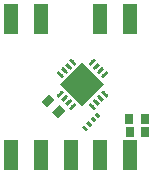
<source format=gbr>
G04 EAGLE Gerber X2 export*
%TF.Part,Single*%
%TF.FileFunction,Paste,Bot*%
%TF.FilePolarity,Positive*%
%TF.GenerationSoftware,Autodesk,EAGLE,9.0.1*%
%TF.CreationDate,2018-12-20T16:05:16Z*%
G75*
%MOMM*%
%FSLAX34Y34*%
%LPD*%
%AMOC8*
5,1,8,0,0,1.08239X$1,22.5*%
G01*
%ADD10C,0.062500*%
%ADD11R,2.600000X2.600000*%
%ADD12R,0.700000X0.900000*%
%ADD13R,1.270000X2.540000*%
%ADD14R,0.280000X0.430000*%


D10*
X6995Y-16375D02*
X10795Y-20175D01*
X9469Y-21501D01*
X5669Y-17701D01*
X6995Y-16375D01*
X8845Y-20877D02*
X10093Y-20877D01*
X10717Y-20253D02*
X8221Y-20253D01*
X7597Y-19629D02*
X10249Y-19629D01*
X9625Y-19005D02*
X6973Y-19005D01*
X6349Y-18381D02*
X9001Y-18381D01*
X8377Y-17757D02*
X5725Y-17757D01*
X6237Y-17133D02*
X7753Y-17133D01*
X7129Y-16509D02*
X6861Y-16509D01*
X10530Y-12840D02*
X14330Y-16640D01*
X13004Y-17966D01*
X9204Y-14166D01*
X10530Y-12840D01*
X12380Y-17342D02*
X13628Y-17342D01*
X14252Y-16718D02*
X11756Y-16718D01*
X11132Y-16094D02*
X13784Y-16094D01*
X13160Y-15470D02*
X10508Y-15470D01*
X9884Y-14846D02*
X12536Y-14846D01*
X11912Y-14222D02*
X9260Y-14222D01*
X9772Y-13598D02*
X11288Y-13598D01*
X10664Y-12974D02*
X10396Y-12974D01*
X14066Y-9304D02*
X17866Y-13104D01*
X16540Y-14430D01*
X12740Y-10630D01*
X14066Y-9304D01*
X15916Y-13806D02*
X17164Y-13806D01*
X17788Y-13182D02*
X15292Y-13182D01*
X14668Y-12558D02*
X17320Y-12558D01*
X16696Y-11934D02*
X14044Y-11934D01*
X13420Y-11310D02*
X16072Y-11310D01*
X15448Y-10686D02*
X12796Y-10686D01*
X13308Y-10062D02*
X14824Y-10062D01*
X14200Y-9438D02*
X13932Y-9438D01*
X17601Y-5769D02*
X21401Y-9569D01*
X20075Y-10895D01*
X16275Y-7095D01*
X17601Y-5769D01*
X19451Y-10271D02*
X20699Y-10271D01*
X21323Y-9647D02*
X18827Y-9647D01*
X18203Y-9023D02*
X20855Y-9023D01*
X20231Y-8399D02*
X17579Y-8399D01*
X16955Y-7775D02*
X19607Y-7775D01*
X18983Y-7151D02*
X16331Y-7151D01*
X16843Y-6527D02*
X18359Y-6527D01*
X17735Y-5903D02*
X17467Y-5903D01*
X-16075Y6695D02*
X-19875Y10495D01*
X-16075Y6695D02*
X-17401Y5369D01*
X-21201Y9169D01*
X-19875Y10495D01*
X-18025Y5993D02*
X-16777Y5993D01*
X-16153Y6617D02*
X-18649Y6617D01*
X-19273Y7241D02*
X-16621Y7241D01*
X-17245Y7865D02*
X-19897Y7865D01*
X-20521Y8489D02*
X-17869Y8489D01*
X-18493Y9113D02*
X-21145Y9113D01*
X-20633Y9737D02*
X-19117Y9737D01*
X-19741Y10361D02*
X-20009Y10361D01*
X-16340Y14030D02*
X-12540Y10230D01*
X-13866Y8904D01*
X-17666Y12704D01*
X-16340Y14030D01*
X-14490Y9528D02*
X-13242Y9528D01*
X-12618Y10152D02*
X-15114Y10152D01*
X-15738Y10776D02*
X-13086Y10776D01*
X-13710Y11400D02*
X-16362Y11400D01*
X-16986Y12024D02*
X-14334Y12024D01*
X-14958Y12648D02*
X-17610Y12648D01*
X-17098Y13272D02*
X-15582Y13272D01*
X-16206Y13896D02*
X-16474Y13896D01*
X-12804Y17566D02*
X-9004Y13766D01*
X-10330Y12440D01*
X-14130Y16240D01*
X-12804Y17566D01*
X-10954Y13064D02*
X-9706Y13064D01*
X-9082Y13688D02*
X-11578Y13688D01*
X-12202Y14312D02*
X-9550Y14312D01*
X-10174Y14936D02*
X-12826Y14936D01*
X-13450Y15560D02*
X-10798Y15560D01*
X-11422Y16184D02*
X-14074Y16184D01*
X-13562Y16808D02*
X-12046Y16808D01*
X-12670Y17432D02*
X-12938Y17432D01*
X-9269Y21101D02*
X-5469Y17301D01*
X-6795Y15975D01*
X-10595Y19775D01*
X-9269Y21101D01*
X-7419Y16599D02*
X-6171Y16599D01*
X-5547Y17223D02*
X-8043Y17223D01*
X-8667Y17847D02*
X-6015Y17847D01*
X-6639Y18471D02*
X-9291Y18471D01*
X-9915Y19095D02*
X-7263Y19095D01*
X-7887Y19719D02*
X-10539Y19719D01*
X-10027Y20343D02*
X-8511Y20343D01*
X-9135Y20967D02*
X-9403Y20967D01*
X6995Y15975D02*
X10795Y19775D01*
X6995Y15975D02*
X5669Y17301D01*
X9469Y21101D01*
X10795Y19775D01*
X7619Y16599D02*
X6371Y16599D01*
X5747Y17223D02*
X8243Y17223D01*
X8867Y17847D02*
X6215Y17847D01*
X6839Y18471D02*
X9491Y18471D01*
X10115Y19095D02*
X7463Y19095D01*
X8087Y19719D02*
X10739Y19719D01*
X10227Y20343D02*
X8711Y20343D01*
X9335Y20967D02*
X9603Y20967D01*
X14330Y16240D02*
X10530Y12440D01*
X9204Y13766D01*
X13004Y17566D01*
X14330Y16240D01*
X11154Y13064D02*
X9906Y13064D01*
X9282Y13688D02*
X11778Y13688D01*
X12402Y14312D02*
X9750Y14312D01*
X10374Y14936D02*
X13026Y14936D01*
X13650Y15560D02*
X10998Y15560D01*
X11622Y16184D02*
X14274Y16184D01*
X13762Y16808D02*
X12246Y16808D01*
X12870Y17432D02*
X13138Y17432D01*
X17866Y12704D02*
X14066Y8904D01*
X12740Y10230D01*
X16540Y14030D01*
X17866Y12704D01*
X14690Y9528D02*
X13442Y9528D01*
X12818Y10152D02*
X15314Y10152D01*
X15938Y10776D02*
X13286Y10776D01*
X13910Y11400D02*
X16562Y11400D01*
X17186Y12024D02*
X14534Y12024D01*
X15158Y12648D02*
X17810Y12648D01*
X17298Y13272D02*
X15782Y13272D01*
X16406Y13896D02*
X16674Y13896D01*
X20075Y10495D02*
X16275Y6695D01*
X20075Y10495D02*
X21401Y9169D01*
X17601Y5369D01*
X16275Y6695D01*
X16977Y5993D02*
X18225Y5993D01*
X18849Y6617D02*
X16353Y6617D01*
X16821Y7241D02*
X19473Y7241D01*
X20097Y7865D02*
X17445Y7865D01*
X18069Y8489D02*
X20721Y8489D01*
X21345Y9113D02*
X18693Y9113D01*
X19317Y9737D02*
X20833Y9737D01*
X20209Y10361D02*
X19941Y10361D01*
X-16075Y-7095D02*
X-19875Y-10895D01*
X-21201Y-9569D01*
X-17401Y-5769D01*
X-16075Y-7095D01*
X-19251Y-10271D02*
X-20499Y-10271D01*
X-21123Y-9647D02*
X-18627Y-9647D01*
X-18003Y-9023D02*
X-20655Y-9023D01*
X-20031Y-8399D02*
X-17379Y-8399D01*
X-16755Y-7775D02*
X-19407Y-7775D01*
X-18783Y-7151D02*
X-16131Y-7151D01*
X-16643Y-6527D02*
X-18159Y-6527D01*
X-17535Y-5903D02*
X-17267Y-5903D01*
X-12540Y-10630D02*
X-16340Y-14430D01*
X-17666Y-13104D01*
X-13866Y-9304D01*
X-12540Y-10630D01*
X-15716Y-13806D02*
X-16964Y-13806D01*
X-17588Y-13182D02*
X-15092Y-13182D01*
X-14468Y-12558D02*
X-17120Y-12558D01*
X-16496Y-11934D02*
X-13844Y-11934D01*
X-13220Y-11310D02*
X-15872Y-11310D01*
X-15248Y-10686D02*
X-12596Y-10686D01*
X-13108Y-10062D02*
X-14624Y-10062D01*
X-14000Y-9438D02*
X-13732Y-9438D01*
X-9004Y-14166D02*
X-12804Y-17966D01*
X-14130Y-16640D01*
X-10330Y-12840D01*
X-9004Y-14166D01*
X-12180Y-17342D02*
X-13428Y-17342D01*
X-14052Y-16718D02*
X-11556Y-16718D01*
X-10932Y-16094D02*
X-13584Y-16094D01*
X-12960Y-15470D02*
X-10308Y-15470D01*
X-9684Y-14846D02*
X-12336Y-14846D01*
X-11712Y-14222D02*
X-9060Y-14222D01*
X-9572Y-13598D02*
X-11088Y-13598D01*
X-10464Y-12974D02*
X-10196Y-12974D01*
X-6795Y-16375D02*
X-10595Y-20175D01*
X-6795Y-16375D02*
X-5469Y-17701D01*
X-9269Y-21501D01*
X-10595Y-20175D01*
X-9893Y-20877D02*
X-8645Y-20877D01*
X-8021Y-20253D02*
X-10517Y-20253D01*
X-10049Y-19629D02*
X-7397Y-19629D01*
X-6773Y-19005D02*
X-9425Y-19005D01*
X-8801Y-18381D02*
X-6149Y-18381D01*
X-5525Y-17757D02*
X-8177Y-17757D01*
X-7553Y-17133D02*
X-6037Y-17133D01*
X-6661Y-16509D02*
X-6929Y-16509D01*
D11*
G36*
X100Y18184D02*
X18484Y-200D01*
X100Y-18584D01*
X-18284Y-200D01*
X100Y18184D01*
G37*
D12*
X40300Y-29900D03*
X53300Y-29900D03*
X40400Y-40900D03*
X53400Y-40900D03*
G36*
X-18697Y-17940D02*
X-13748Y-22889D01*
X-20111Y-29252D01*
X-25060Y-24303D01*
X-18697Y-17940D01*
G37*
G36*
X-27889Y-8748D02*
X-22940Y-13697D01*
X-29303Y-20060D01*
X-34252Y-15111D01*
X-27889Y-8748D01*
G37*
D13*
X-34700Y-60200D03*
X-59900Y-60200D03*
X-9500Y-60200D03*
X15700Y-60200D03*
X40900Y-60200D03*
X-34700Y55000D03*
X-59900Y55000D03*
X15700Y55000D03*
X40900Y55000D03*
D14*
G36*
X3693Y-33567D02*
X5673Y-31587D01*
X8713Y-34627D01*
X6733Y-36607D01*
X3693Y-33567D01*
G37*
G36*
X87Y-37173D02*
X2067Y-35193D01*
X5107Y-38233D01*
X3127Y-40213D01*
X87Y-37173D01*
G37*
G36*
X10993Y-26067D02*
X12973Y-24087D01*
X16013Y-27127D01*
X14033Y-29107D01*
X10993Y-26067D01*
G37*
G36*
X7387Y-29673D02*
X9367Y-27693D01*
X12407Y-30733D01*
X10427Y-32713D01*
X7387Y-29673D01*
G37*
M02*

</source>
